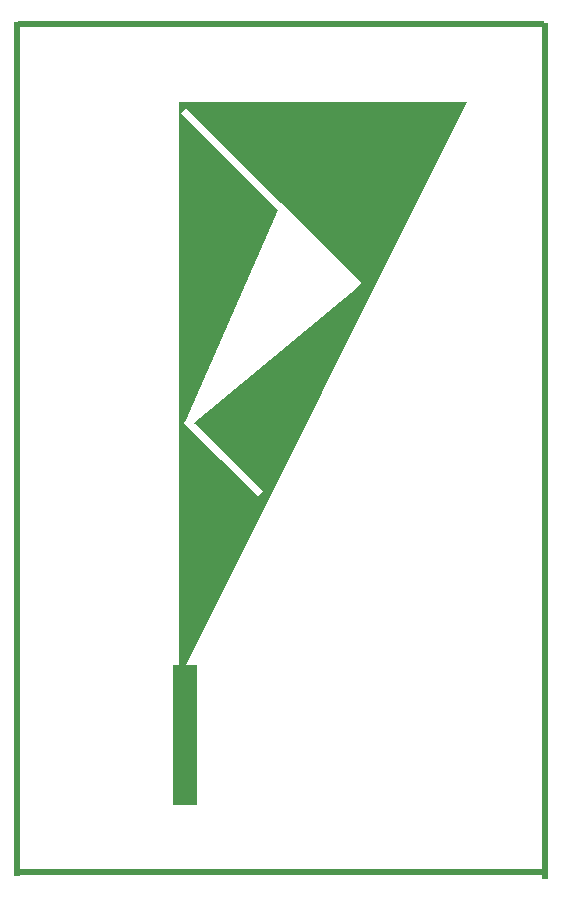
<source format=gbr>
G04 ===== Begin FILE IDENTIFICATION =====*
G04 File Format:  Gerber RS274X*
G04 ===== End FILE IDENTIFICATION =====*
%FSLAX24Y24*%
%MOIN*%
%SFA1.0000B1.0000*%
%OFA0.0B0.0*%
%ADD14R,0.023622X2.854331*%
%ADD15R,1.751969X0.023622*%
%ADD16R,1.779528X0.023622*%
%ADD17R,0.023622X2.846457*%
%ADD18R,0.078740X0.468504*%
%LNcond*%
%IPPOS*%
%LPD*%
G75*
D14*
X11457Y10059D03*
D15*
X2657Y24291D03*
D16*
X2677Y-3976D03*
D17*
X-6142Y10138D03*
D18*
X-551Y610D03*
G36*
G01X-748Y2480D02*
G01Y21693D01*
G01X-504D01*
G01Y21505D01*
G01X-677Y21330D01*
G01X2570Y18104D01*
G01X-512Y11102D01*
G01X-598Y11015D01*
G01X1882Y8574D01*
G01X2055Y8749D01*
G01X-256Y11021D01*
G01X5178Y15515D01*
G01X5189Y15503D01*
G01X5276Y15591D01*
G01X5362Y15678D01*
G01X2700Y18322D01*
G01X2677Y18346D01*
G01Y18345D01*
G01X-504Y21505D01*
G01Y21693D01*
G01X8858D01*
G01X-748Y2480D01*
G37*
M02*


</source>
